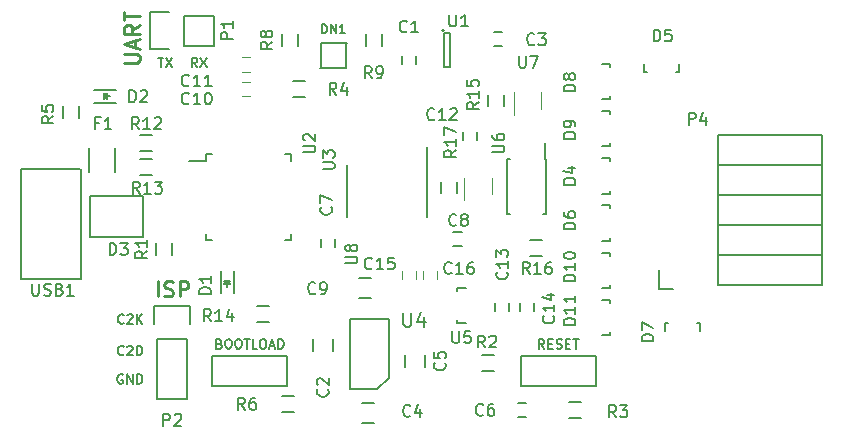
<source format=gto>
G04 #@! TF.FileFunction,Legend,Top*
%FSLAX46Y46*%
G04 Gerber Fmt 4.6, Leading zero omitted, Abs format (unit mm)*
G04 Created by KiCad (PCBNEW 4.0.4-stable) date 03/04/17 14:03:53*
%MOMM*%
%LPD*%
G01*
G04 APERTURE LIST*
%ADD10C,0.100000*%
%ADD11C,0.180000*%
%ADD12C,0.250000*%
%ADD13C,0.150000*%
%ADD14C,0.120000*%
G04 APERTURE END LIST*
D10*
D11*
X92089595Y-84618405D02*
X91822928Y-84237452D01*
X91632452Y-84618405D02*
X91632452Y-83818405D01*
X91937214Y-83818405D01*
X92013405Y-83856500D01*
X92051500Y-83894595D01*
X92089595Y-83970786D01*
X92089595Y-84085071D01*
X92051500Y-84161262D01*
X92013405Y-84199357D01*
X91937214Y-84237452D01*
X91632452Y-84237452D01*
X92432452Y-84199357D02*
X92699119Y-84199357D01*
X92813405Y-84618405D02*
X92432452Y-84618405D01*
X92432452Y-83818405D01*
X92813405Y-83818405D01*
X93118167Y-84580310D02*
X93232453Y-84618405D01*
X93422929Y-84618405D01*
X93499119Y-84580310D01*
X93537215Y-84542214D01*
X93575310Y-84466024D01*
X93575310Y-84389833D01*
X93537215Y-84313643D01*
X93499119Y-84275548D01*
X93422929Y-84237452D01*
X93270548Y-84199357D01*
X93194357Y-84161262D01*
X93156262Y-84123167D01*
X93118167Y-84046976D01*
X93118167Y-83970786D01*
X93156262Y-83894595D01*
X93194357Y-83856500D01*
X93270548Y-83818405D01*
X93461024Y-83818405D01*
X93575310Y-83856500D01*
X93918167Y-84199357D02*
X94184834Y-84199357D01*
X94299120Y-84618405D02*
X93918167Y-84618405D01*
X93918167Y-83818405D01*
X94299120Y-83818405D01*
X94527691Y-83818405D02*
X94984834Y-83818405D01*
X94756263Y-84618405D02*
X94756263Y-83818405D01*
X64581572Y-84199357D02*
X64695858Y-84237452D01*
X64733953Y-84275548D01*
X64772048Y-84351738D01*
X64772048Y-84466024D01*
X64733953Y-84542214D01*
X64695858Y-84580310D01*
X64619667Y-84618405D01*
X64314905Y-84618405D01*
X64314905Y-83818405D01*
X64581572Y-83818405D01*
X64657762Y-83856500D01*
X64695858Y-83894595D01*
X64733953Y-83970786D01*
X64733953Y-84046976D01*
X64695858Y-84123167D01*
X64657762Y-84161262D01*
X64581572Y-84199357D01*
X64314905Y-84199357D01*
X65267286Y-83818405D02*
X65419667Y-83818405D01*
X65495858Y-83856500D01*
X65572048Y-83932690D01*
X65610143Y-84085071D01*
X65610143Y-84351738D01*
X65572048Y-84504119D01*
X65495858Y-84580310D01*
X65419667Y-84618405D01*
X65267286Y-84618405D01*
X65191096Y-84580310D01*
X65114905Y-84504119D01*
X65076810Y-84351738D01*
X65076810Y-84085071D01*
X65114905Y-83932690D01*
X65191096Y-83856500D01*
X65267286Y-83818405D01*
X66105381Y-83818405D02*
X66257762Y-83818405D01*
X66333953Y-83856500D01*
X66410143Y-83932690D01*
X66448238Y-84085071D01*
X66448238Y-84351738D01*
X66410143Y-84504119D01*
X66333953Y-84580310D01*
X66257762Y-84618405D01*
X66105381Y-84618405D01*
X66029191Y-84580310D01*
X65953000Y-84504119D01*
X65914905Y-84351738D01*
X65914905Y-84085071D01*
X65953000Y-83932690D01*
X66029191Y-83856500D01*
X66105381Y-83818405D01*
X66676809Y-83818405D02*
X67133952Y-83818405D01*
X66905381Y-84618405D02*
X66905381Y-83818405D01*
X67781572Y-84618405D02*
X67400619Y-84618405D01*
X67400619Y-83818405D01*
X68200619Y-83818405D02*
X68353000Y-83818405D01*
X68429191Y-83856500D01*
X68505381Y-83932690D01*
X68543476Y-84085071D01*
X68543476Y-84351738D01*
X68505381Y-84504119D01*
X68429191Y-84580310D01*
X68353000Y-84618405D01*
X68200619Y-84618405D01*
X68124429Y-84580310D01*
X68048238Y-84504119D01*
X68010143Y-84351738D01*
X68010143Y-84085071D01*
X68048238Y-83932690D01*
X68124429Y-83856500D01*
X68200619Y-83818405D01*
X68848238Y-84389833D02*
X69229190Y-84389833D01*
X68772047Y-84618405D02*
X69038714Y-83818405D01*
X69305381Y-84618405D01*
X69572047Y-84618405D02*
X69572047Y-83818405D01*
X69762523Y-83818405D01*
X69876809Y-83856500D01*
X69953000Y-83932690D01*
X69991095Y-84008881D01*
X70029190Y-84161262D01*
X70029190Y-84275548D01*
X69991095Y-84427929D01*
X69953000Y-84504119D01*
X69876809Y-84580310D01*
X69762523Y-84618405D01*
X69572047Y-84618405D01*
X62701667Y-60805905D02*
X62435000Y-60424952D01*
X62244524Y-60805905D02*
X62244524Y-60005905D01*
X62549286Y-60005905D01*
X62625477Y-60044000D01*
X62663572Y-60082095D01*
X62701667Y-60158286D01*
X62701667Y-60272571D01*
X62663572Y-60348762D01*
X62625477Y-60386857D01*
X62549286Y-60424952D01*
X62244524Y-60424952D01*
X62968334Y-60005905D02*
X63501667Y-60805905D01*
X63501667Y-60005905D02*
X62968334Y-60805905D01*
X59367976Y-60005905D02*
X59825119Y-60005905D01*
X59596548Y-60805905D02*
X59596548Y-60005905D01*
X60015596Y-60005905D02*
X60548929Y-60805905D01*
X60548929Y-60005905D02*
X60015596Y-60805905D01*
D12*
X56535095Y-60422309D02*
X57587476Y-60422309D01*
X57711286Y-60360404D01*
X57773190Y-60298500D01*
X57835095Y-60174690D01*
X57835095Y-59927071D01*
X57773190Y-59803262D01*
X57711286Y-59741357D01*
X57587476Y-59679452D01*
X56535095Y-59679452D01*
X57463667Y-59122309D02*
X57463667Y-58503261D01*
X57835095Y-59246118D02*
X56535095Y-58812785D01*
X57835095Y-58379452D01*
X57835095Y-57203261D02*
X57216048Y-57636594D01*
X57835095Y-57946118D02*
X56535095Y-57946118D01*
X56535095Y-57450880D01*
X56597000Y-57327071D01*
X56658905Y-57265166D01*
X56782714Y-57203261D01*
X56968429Y-57203261D01*
X57092238Y-57265166D01*
X57154143Y-57327071D01*
X57216048Y-57450880D01*
X57216048Y-57946118D01*
X56535095Y-56831832D02*
X56535095Y-56088975D01*
X57835095Y-56460404D02*
X56535095Y-56460404D01*
X59343453Y-80209095D02*
X59343453Y-78909095D01*
X59900596Y-80147190D02*
X60086310Y-80209095D01*
X60395834Y-80209095D01*
X60519644Y-80147190D01*
X60581548Y-80085286D01*
X60643453Y-79961476D01*
X60643453Y-79837667D01*
X60581548Y-79713857D01*
X60519644Y-79651952D01*
X60395834Y-79590048D01*
X60148215Y-79528143D01*
X60024406Y-79466238D01*
X59962501Y-79404333D01*
X59900596Y-79280524D01*
X59900596Y-79156714D01*
X59962501Y-79032905D01*
X60024406Y-78971000D01*
X60148215Y-78909095D01*
X60457739Y-78909095D01*
X60643453Y-78971000D01*
X61200596Y-80209095D02*
X61200596Y-78909095D01*
X61695834Y-78909095D01*
X61819643Y-78971000D01*
X61881548Y-79032905D01*
X61943453Y-79156714D01*
X61943453Y-79342429D01*
X61881548Y-79466238D01*
X61819643Y-79528143D01*
X61695834Y-79590048D01*
X61200596Y-79590048D01*
D11*
X56383477Y-86841000D02*
X56307286Y-86802905D01*
X56193001Y-86802905D01*
X56078715Y-86841000D01*
X56002524Y-86917190D01*
X55964429Y-86993381D01*
X55926334Y-87145762D01*
X55926334Y-87260048D01*
X55964429Y-87412429D01*
X56002524Y-87488619D01*
X56078715Y-87564810D01*
X56193001Y-87602905D01*
X56269191Y-87602905D01*
X56383477Y-87564810D01*
X56421572Y-87526714D01*
X56421572Y-87260048D01*
X56269191Y-87260048D01*
X56764429Y-87602905D02*
X56764429Y-86802905D01*
X57221572Y-87602905D01*
X57221572Y-86802905D01*
X57602524Y-87602905D02*
X57602524Y-86802905D01*
X57793000Y-86802905D01*
X57907286Y-86841000D01*
X57983477Y-86917190D01*
X58021572Y-86993381D01*
X58059667Y-87145762D01*
X58059667Y-87260048D01*
X58021572Y-87412429D01*
X57983477Y-87488619D01*
X57907286Y-87564810D01*
X57793000Y-87602905D01*
X57602524Y-87602905D01*
X56459667Y-85113714D02*
X56421572Y-85151810D01*
X56307286Y-85189905D01*
X56231096Y-85189905D01*
X56116810Y-85151810D01*
X56040619Y-85075619D01*
X56002524Y-84999429D01*
X55964429Y-84847048D01*
X55964429Y-84732762D01*
X56002524Y-84580381D01*
X56040619Y-84504190D01*
X56116810Y-84428000D01*
X56231096Y-84389905D01*
X56307286Y-84389905D01*
X56421572Y-84428000D01*
X56459667Y-84466095D01*
X56764429Y-84466095D02*
X56802524Y-84428000D01*
X56878715Y-84389905D01*
X57069191Y-84389905D01*
X57145381Y-84428000D01*
X57183477Y-84466095D01*
X57221572Y-84542286D01*
X57221572Y-84618476D01*
X57183477Y-84732762D01*
X56726334Y-85189905D01*
X57221572Y-85189905D01*
X57564429Y-85189905D02*
X57564429Y-84389905D01*
X57754905Y-84389905D01*
X57869191Y-84428000D01*
X57945382Y-84504190D01*
X57983477Y-84580381D01*
X58021572Y-84732762D01*
X58021572Y-84847048D01*
X57983477Y-84999429D01*
X57945382Y-85075619D01*
X57869191Y-85151810D01*
X57754905Y-85189905D01*
X57564429Y-85189905D01*
X56459667Y-82446714D02*
X56421572Y-82484810D01*
X56307286Y-82522905D01*
X56231096Y-82522905D01*
X56116810Y-82484810D01*
X56040619Y-82408619D01*
X56002524Y-82332429D01*
X55964429Y-82180048D01*
X55964429Y-82065762D01*
X56002524Y-81913381D01*
X56040619Y-81837190D01*
X56116810Y-81761000D01*
X56231096Y-81722905D01*
X56307286Y-81722905D01*
X56421572Y-81761000D01*
X56459667Y-81799095D01*
X56764429Y-81799095D02*
X56802524Y-81761000D01*
X56878715Y-81722905D01*
X57069191Y-81722905D01*
X57145381Y-81761000D01*
X57183477Y-81799095D01*
X57221572Y-81875286D01*
X57221572Y-81951476D01*
X57183477Y-82065762D01*
X56726334Y-82522905D01*
X57221572Y-82522905D01*
X57564429Y-82522905D02*
X57564429Y-81722905D01*
X58021572Y-82522905D02*
X57678715Y-82065762D01*
X58021572Y-81722905D02*
X57564429Y-82180048D01*
D13*
X51301500Y-65071500D02*
X51301500Y-64071500D01*
X52651500Y-64071500D02*
X52651500Y-65071500D01*
X80015000Y-60540000D02*
X80015000Y-59840000D01*
X81215000Y-59840000D02*
X81215000Y-60540000D01*
X72526000Y-83820000D02*
X72526000Y-84820000D01*
X74226000Y-84820000D02*
X74226000Y-83820000D01*
X87821500Y-57812000D02*
X88521500Y-57812000D01*
X88521500Y-59012000D02*
X87821500Y-59012000D01*
X76686000Y-90885000D02*
X77686000Y-90885000D01*
X77686000Y-89185000D02*
X76686000Y-89185000D01*
X80273000Y-85153500D02*
X80273000Y-86153500D01*
X81973000Y-86153500D02*
X81973000Y-85153500D01*
X90553500Y-90444500D02*
X89853500Y-90444500D01*
X89853500Y-89244500D02*
X90553500Y-89244500D01*
X74357000Y-75334000D02*
X74357000Y-76034000D01*
X73157000Y-76034000D02*
X73157000Y-75334000D01*
X84392500Y-74766500D02*
X85092500Y-74766500D01*
X85092500Y-75966500D02*
X84392500Y-75966500D01*
X76368500Y-80344000D02*
X77368500Y-80344000D01*
X77368500Y-78644000D02*
X76368500Y-78644000D01*
X89089000Y-80731500D02*
X89089000Y-81431500D01*
X87889000Y-81431500D02*
X87889000Y-80731500D01*
X91248000Y-80731500D02*
X91248000Y-81431500D01*
X90048000Y-81431500D02*
X90048000Y-80731500D01*
X60589000Y-75692000D02*
X60589000Y-76692000D01*
X59239000Y-76692000D02*
X59239000Y-75692000D01*
X86846000Y-85169000D02*
X87846000Y-85169000D01*
X87846000Y-86519000D02*
X86846000Y-86519000D01*
X71193500Y-57975500D02*
X71193500Y-58975500D01*
X69843500Y-58975500D02*
X69843500Y-57975500D01*
X78305500Y-57975500D02*
X78305500Y-58975500D01*
X76955500Y-58975500D02*
X76955500Y-57975500D01*
X83610500Y-57667000D02*
G75*
G03X83610500Y-57667000I-100000J0D01*
G01*
X84060500Y-57917000D02*
X83560500Y-57917000D01*
X84060500Y-60817000D02*
X84060500Y-57917000D01*
X83560500Y-60817000D02*
X84060500Y-60817000D01*
X83560500Y-57917000D02*
X83560500Y-60817000D01*
X63401000Y-68185500D02*
X63401000Y-68710500D01*
X70651000Y-68185500D02*
X70651000Y-68710500D01*
X70651000Y-75435500D02*
X70651000Y-74910500D01*
X63401000Y-75435500D02*
X63401000Y-74910500D01*
X63401000Y-68185500D02*
X63926000Y-68185500D01*
X63401000Y-75435500D02*
X63926000Y-75435500D01*
X70651000Y-75435500D02*
X70126000Y-75435500D01*
X70651000Y-68185500D02*
X70126000Y-68185500D01*
X63401000Y-68710500D02*
X62026000Y-68710500D01*
X75372500Y-69048500D02*
X75372500Y-73498500D01*
X82122500Y-67523500D02*
X82122500Y-73498500D01*
X84727260Y-79655340D02*
X84727260Y-79703600D01*
X85428300Y-82454320D02*
X84727260Y-82454320D01*
X84727260Y-82454320D02*
X84727260Y-82205400D01*
X84727260Y-79655340D02*
X84727260Y-79454680D01*
X84727260Y-79454680D02*
X85428300Y-79454680D01*
X73134700Y-60875200D02*
X73134700Y-58728900D01*
X73134700Y-58728900D02*
X73160100Y-58741600D01*
X75331800Y-60875200D02*
X73122500Y-60875200D01*
X75331800Y-58728900D02*
X75331800Y-60849800D01*
X73160100Y-58728900D02*
X75344500Y-58728900D01*
X58732300Y-59263500D02*
X60282300Y-59263500D01*
X64092300Y-58983500D02*
X61552300Y-58983500D01*
X61552300Y-58983500D02*
X61552300Y-56443500D01*
X60282300Y-56163500D02*
X58732300Y-56163500D01*
X58732300Y-56163500D02*
X58732300Y-59263500D01*
X61552300Y-56443500D02*
X64092300Y-56443500D01*
X64092300Y-56443500D02*
X64092300Y-58983500D01*
X62099000Y-82542000D02*
X62099000Y-80992000D01*
X62099000Y-80992000D02*
X58999000Y-80992000D01*
X58999000Y-80992000D02*
X58999000Y-82542000D01*
X61819000Y-83812000D02*
X61819000Y-88892000D01*
X61819000Y-88892000D02*
X59279000Y-88892000D01*
X59279000Y-88892000D02*
X59279000Y-83812000D01*
X59279000Y-83812000D02*
X61819000Y-83812000D01*
X53924500Y-63788000D02*
X55824500Y-63788000D01*
X53924500Y-62688000D02*
X55824500Y-62688000D01*
X54824500Y-63238000D02*
X55274500Y-63238000D01*
X54774500Y-62988000D02*
X54774500Y-63488000D01*
X54774500Y-63238000D02*
X55024500Y-62988000D01*
X55024500Y-62988000D02*
X55024500Y-63488000D01*
X55024500Y-63488000D02*
X54774500Y-63238000D01*
X90126000Y-85230000D02*
X90126000Y-87770000D01*
X96476000Y-87643000D02*
X96476000Y-87770000D01*
X96476000Y-87770000D02*
X94825000Y-87770000D01*
X94825000Y-87770000D02*
X90126000Y-87770000D01*
X90126000Y-85230000D02*
X95460000Y-85230000D01*
X95460000Y-85230000D02*
X96476000Y-85230000D01*
X96476000Y-85230000D02*
X96476000Y-87516000D01*
X96476000Y-87516000D02*
X96476000Y-87643000D01*
X94148500Y-89169500D02*
X95148500Y-89169500D01*
X95148500Y-90519500D02*
X94148500Y-90519500D01*
X52815400Y-69391200D02*
X52815400Y-78700300D01*
X52396300Y-69403900D02*
X52790000Y-69403900D01*
X52828100Y-78725700D02*
X47773500Y-78725700D01*
X47773500Y-78725700D02*
X47773500Y-69480100D01*
X47798900Y-69403900D02*
X52497900Y-69403900D01*
X53652700Y-71658100D02*
X53652700Y-75150600D01*
X53703500Y-75176000D02*
X58135800Y-75176000D01*
X58135800Y-71683500D02*
X58135800Y-75176000D01*
X53652700Y-71670800D02*
X58085000Y-71670800D01*
X77958000Y-88082000D02*
X78958000Y-87082000D01*
X78958000Y-87082000D02*
X78958000Y-82082000D01*
X78958000Y-82082000D02*
X75668000Y-82082000D01*
X75668000Y-82082000D02*
X75668000Y-88082000D01*
X75668000Y-88082000D02*
X77958000Y-88082000D01*
X69891500Y-88661500D02*
X70891500Y-88661500D01*
X70891500Y-90011500D02*
X69891500Y-90011500D01*
X70314000Y-87770000D02*
X70314000Y-85230000D01*
X63964000Y-85357000D02*
X63964000Y-85230000D01*
X63964000Y-85230000D02*
X65615000Y-85230000D01*
X65615000Y-85230000D02*
X70314000Y-85230000D01*
X70314000Y-87770000D02*
X64980000Y-87770000D01*
X64980000Y-87770000D02*
X63964000Y-87770000D01*
X63964000Y-87770000D02*
X63964000Y-85484000D01*
X63964000Y-85484000D02*
X63964000Y-85357000D01*
X86422000Y-66253500D02*
X86422000Y-66953500D01*
X85222000Y-66953500D02*
X85222000Y-66253500D01*
X64698000Y-78013000D02*
X64698000Y-79913000D01*
X65798000Y-78013000D02*
X65798000Y-79913000D01*
X65248000Y-78913000D02*
X65248000Y-79363000D01*
X65498000Y-78863000D02*
X64998000Y-78863000D01*
X65248000Y-78863000D02*
X65498000Y-79113000D01*
X65498000Y-79113000D02*
X64998000Y-79113000D01*
X64998000Y-79113000D02*
X65248000Y-78863000D01*
X97650240Y-71299160D02*
X97650240Y-71250900D01*
X96949200Y-68500180D02*
X97650240Y-68500180D01*
X97650240Y-68500180D02*
X97650240Y-68749100D01*
X97650240Y-71299160D02*
X97650240Y-71499820D01*
X97650240Y-71499820D02*
X96949200Y-71499820D01*
X100715340Y-61221240D02*
X100763600Y-61221240D01*
X103514320Y-60520200D02*
X103514320Y-61221240D01*
X103514320Y-61221240D02*
X103265400Y-61221240D01*
X100715340Y-61221240D02*
X100514680Y-61221240D01*
X100514680Y-61221240D02*
X100514680Y-60520200D01*
X97650240Y-75299160D02*
X97650240Y-75250900D01*
X96949200Y-72500180D02*
X97650240Y-72500180D01*
X97650240Y-72500180D02*
X97650240Y-72749100D01*
X97650240Y-75299160D02*
X97650240Y-75499820D01*
X97650240Y-75499820D02*
X96949200Y-75499820D01*
X105091660Y-82463260D02*
X105043400Y-82463260D01*
X102292680Y-83164300D02*
X102292680Y-82463260D01*
X102292680Y-82463260D02*
X102541600Y-82463260D01*
X105091660Y-82463260D02*
X105292320Y-82463260D01*
X105292320Y-82463260D02*
X105292320Y-83164300D01*
X97650240Y-63299160D02*
X97650240Y-63250900D01*
X96949200Y-60500180D02*
X97650240Y-60500180D01*
X97650240Y-60500180D02*
X97650240Y-60749100D01*
X97650240Y-63299160D02*
X97650240Y-63499820D01*
X97650240Y-63499820D02*
X96949200Y-63499820D01*
X97650240Y-67299160D02*
X97650240Y-67250900D01*
X96949200Y-64500180D02*
X97650240Y-64500180D01*
X97650240Y-64500180D02*
X97650240Y-64749100D01*
X97650240Y-67299160D02*
X97650240Y-67499820D01*
X97650240Y-67499820D02*
X96949200Y-67499820D01*
X97650240Y-79299160D02*
X97650240Y-79250900D01*
X96949200Y-76500180D02*
X97650240Y-76500180D01*
X97650240Y-76500180D02*
X97650240Y-76749100D01*
X97650240Y-79299160D02*
X97650240Y-79499820D01*
X97650240Y-79499820D02*
X96949200Y-79499820D01*
X97650240Y-83299160D02*
X97650240Y-83250900D01*
X96949200Y-80500180D02*
X97650240Y-80500180D01*
X97650240Y-80500180D02*
X97650240Y-80749100D01*
X97650240Y-83299160D02*
X97650240Y-83499820D01*
X97650240Y-83499820D02*
X96949200Y-83499820D01*
X55718500Y-67635500D02*
X55718500Y-69635500D01*
X53568500Y-69635500D02*
X53568500Y-67635500D01*
X106760000Y-66570000D02*
X115590000Y-66570000D01*
X106760000Y-69110000D02*
X106760000Y-66570000D01*
X115590000Y-69110000D02*
X115590000Y-66570000D01*
X115590000Y-66570000D02*
X106760000Y-66570000D01*
X115590000Y-69110000D02*
X106760000Y-69110000D01*
X115590000Y-71650000D02*
X115590000Y-69110000D01*
X106760000Y-71650000D02*
X106760000Y-69110000D01*
X106760000Y-69110000D02*
X115590000Y-69110000D01*
X106760000Y-71650000D02*
X115590000Y-71650000D01*
X106760000Y-74190000D02*
X106760000Y-71650000D01*
X115590000Y-74190000D02*
X115590000Y-71650000D01*
X115590000Y-71650000D02*
X106760000Y-71650000D01*
X115590000Y-74190000D02*
X106760000Y-74190000D01*
X115590000Y-76730000D02*
X115590000Y-74190000D01*
X106760000Y-76730000D02*
X106760000Y-74190000D01*
X106760000Y-74190000D02*
X115590000Y-74190000D01*
X106760000Y-76730000D02*
X115590000Y-76730000D01*
X106760000Y-79270000D02*
X106760000Y-76730000D01*
X101800000Y-78000000D02*
X101800000Y-79550000D01*
X101800000Y-79550000D02*
X102950000Y-79550000D01*
X106760000Y-79270000D02*
X115590000Y-79270000D01*
X115590000Y-79270000D02*
X115590000Y-76730000D01*
X115590000Y-76730000D02*
X106760000Y-76730000D01*
X57826500Y-66563500D02*
X58826500Y-66563500D01*
X58826500Y-67913500D02*
X57826500Y-67913500D01*
X57826500Y-68532000D02*
X58826500Y-68532000D01*
X58826500Y-69882000D02*
X57826500Y-69882000D01*
X67796000Y-80978000D02*
X68796000Y-80978000D01*
X68796000Y-82328000D02*
X67796000Y-82328000D01*
X87306000Y-64119000D02*
X87306000Y-63119000D01*
X88656000Y-63119000D02*
X88656000Y-64119000D01*
X90910000Y-75390000D02*
X91910000Y-75390000D01*
X91910000Y-76740000D02*
X90910000Y-76740000D01*
X83369000Y-71485000D02*
X83369000Y-70485000D01*
X84719000Y-70485000D02*
X84719000Y-71485000D01*
X92209500Y-68533000D02*
X92109500Y-68533000D01*
X92209500Y-73183000D02*
X92009500Y-73183000D01*
X88959500Y-73183000D02*
X89159500Y-73183000D01*
X88959500Y-68533000D02*
X89159500Y-68533000D01*
X92209500Y-68533000D02*
X92209500Y-73183000D01*
X88959500Y-68533000D02*
X88959500Y-73183000D01*
X92109500Y-68533000D02*
X92109500Y-67183000D01*
D14*
X66485500Y-62066500D02*
X67185500Y-62066500D01*
X67185500Y-63266500D02*
X66485500Y-63266500D01*
X89488000Y-62919000D02*
X89488000Y-64819000D01*
X91808000Y-64319000D02*
X91808000Y-62919000D01*
X85297000Y-70158000D02*
X85297000Y-72058000D01*
X87617000Y-71558000D02*
X87617000Y-70158000D01*
D13*
X70780500Y-61991500D02*
X71780500Y-61991500D01*
X71780500Y-63341500D02*
X70780500Y-63341500D01*
D14*
X81215000Y-78064500D02*
X81215000Y-78764500D01*
X80015000Y-78764500D02*
X80015000Y-78064500D01*
X66485500Y-59971000D02*
X67185500Y-59971000D01*
X67185500Y-61171000D02*
X66485500Y-61171000D01*
X82993000Y-78064500D02*
X82993000Y-78764500D01*
X81793000Y-78764500D02*
X81793000Y-78064500D01*
D13*
X50523881Y-64928666D02*
X50047690Y-65262000D01*
X50523881Y-65500095D02*
X49523881Y-65500095D01*
X49523881Y-65119142D01*
X49571500Y-65023904D01*
X49619119Y-64976285D01*
X49714357Y-64928666D01*
X49857214Y-64928666D01*
X49952452Y-64976285D01*
X50000071Y-65023904D01*
X50047690Y-65119142D01*
X50047690Y-65500095D01*
X49523881Y-64023904D02*
X49523881Y-64500095D01*
X50000071Y-64547714D01*
X49952452Y-64500095D01*
X49904833Y-64404857D01*
X49904833Y-64166761D01*
X49952452Y-64071523D01*
X50000071Y-64023904D01*
X50095310Y-63976285D01*
X50333405Y-63976285D01*
X50428643Y-64023904D01*
X50476262Y-64071523D01*
X50523881Y-64166761D01*
X50523881Y-64404857D01*
X50476262Y-64500095D01*
X50428643Y-64547714D01*
X80448334Y-57753143D02*
X80400715Y-57800762D01*
X80257858Y-57848381D01*
X80162620Y-57848381D01*
X80019762Y-57800762D01*
X79924524Y-57705524D01*
X79876905Y-57610286D01*
X79829286Y-57419810D01*
X79829286Y-57276952D01*
X79876905Y-57086476D01*
X79924524Y-56991238D01*
X80019762Y-56896000D01*
X80162620Y-56848381D01*
X80257858Y-56848381D01*
X80400715Y-56896000D01*
X80448334Y-56943619D01*
X81400715Y-57848381D02*
X80829286Y-57848381D01*
X81115000Y-57848381D02*
X81115000Y-56848381D01*
X81019762Y-56991238D01*
X80924524Y-57086476D01*
X80829286Y-57134095D01*
X73733143Y-88062666D02*
X73780762Y-88110285D01*
X73828381Y-88253142D01*
X73828381Y-88348380D01*
X73780762Y-88491238D01*
X73685524Y-88586476D01*
X73590286Y-88634095D01*
X73399810Y-88681714D01*
X73256952Y-88681714D01*
X73066476Y-88634095D01*
X72971238Y-88586476D01*
X72876000Y-88491238D01*
X72828381Y-88348380D01*
X72828381Y-88253142D01*
X72876000Y-88110285D01*
X72923619Y-88062666D01*
X72923619Y-87681714D02*
X72876000Y-87634095D01*
X72828381Y-87538857D01*
X72828381Y-87300761D01*
X72876000Y-87205523D01*
X72923619Y-87157904D01*
X73018857Y-87110285D01*
X73114095Y-87110285D01*
X73256952Y-87157904D01*
X73828381Y-87729333D01*
X73828381Y-87110285D01*
X91243334Y-58832643D02*
X91195715Y-58880262D01*
X91052858Y-58927881D01*
X90957620Y-58927881D01*
X90814762Y-58880262D01*
X90719524Y-58785024D01*
X90671905Y-58689786D01*
X90624286Y-58499310D01*
X90624286Y-58356452D01*
X90671905Y-58165976D01*
X90719524Y-58070738D01*
X90814762Y-57975500D01*
X90957620Y-57927881D01*
X91052858Y-57927881D01*
X91195715Y-57975500D01*
X91243334Y-58023119D01*
X91576667Y-57927881D02*
X92195715Y-57927881D01*
X91862381Y-58308833D01*
X92005239Y-58308833D01*
X92100477Y-58356452D01*
X92148096Y-58404071D01*
X92195715Y-58499310D01*
X92195715Y-58737405D01*
X92148096Y-58832643D01*
X92100477Y-58880262D01*
X92005239Y-58927881D01*
X91719524Y-58927881D01*
X91624286Y-58880262D01*
X91576667Y-58832643D01*
X80740434Y-90290543D02*
X80692815Y-90338162D01*
X80549958Y-90385781D01*
X80454720Y-90385781D01*
X80311862Y-90338162D01*
X80216624Y-90242924D01*
X80169005Y-90147686D01*
X80121386Y-89957210D01*
X80121386Y-89814352D01*
X80169005Y-89623876D01*
X80216624Y-89528638D01*
X80311862Y-89433400D01*
X80454720Y-89385781D01*
X80549958Y-89385781D01*
X80692815Y-89433400D01*
X80740434Y-89481019D01*
X81597577Y-89719114D02*
X81597577Y-90385781D01*
X81359481Y-89338162D02*
X81121386Y-90052448D01*
X81740434Y-90052448D01*
X83639143Y-85820166D02*
X83686762Y-85867785D01*
X83734381Y-86010642D01*
X83734381Y-86105880D01*
X83686762Y-86248738D01*
X83591524Y-86343976D01*
X83496286Y-86391595D01*
X83305810Y-86439214D01*
X83162952Y-86439214D01*
X82972476Y-86391595D01*
X82877238Y-86343976D01*
X82782000Y-86248738D01*
X82734381Y-86105880D01*
X82734381Y-86010642D01*
X82782000Y-85867785D01*
X82829619Y-85820166D01*
X82734381Y-84915404D02*
X82734381Y-85391595D01*
X83210571Y-85439214D01*
X83162952Y-85391595D01*
X83115333Y-85296357D01*
X83115333Y-85058261D01*
X83162952Y-84963023D01*
X83210571Y-84915404D01*
X83305810Y-84867785D01*
X83543905Y-84867785D01*
X83639143Y-84915404D01*
X83686762Y-84963023D01*
X83734381Y-85058261D01*
X83734381Y-85296357D01*
X83686762Y-85391595D01*
X83639143Y-85439214D01*
X86912634Y-90201643D02*
X86865015Y-90249262D01*
X86722158Y-90296881D01*
X86626920Y-90296881D01*
X86484062Y-90249262D01*
X86388824Y-90154024D01*
X86341205Y-90058786D01*
X86293586Y-89868310D01*
X86293586Y-89725452D01*
X86341205Y-89534976D01*
X86388824Y-89439738D01*
X86484062Y-89344500D01*
X86626920Y-89296881D01*
X86722158Y-89296881D01*
X86865015Y-89344500D01*
X86912634Y-89392119D01*
X87769777Y-89296881D02*
X87579300Y-89296881D01*
X87484062Y-89344500D01*
X87436443Y-89392119D01*
X87341205Y-89534976D01*
X87293586Y-89725452D01*
X87293586Y-90106405D01*
X87341205Y-90201643D01*
X87388824Y-90249262D01*
X87484062Y-90296881D01*
X87674539Y-90296881D01*
X87769777Y-90249262D01*
X87817396Y-90201643D01*
X87865015Y-90106405D01*
X87865015Y-89868310D01*
X87817396Y-89773071D01*
X87769777Y-89725452D01*
X87674539Y-89677833D01*
X87484062Y-89677833D01*
X87388824Y-89725452D01*
X87341205Y-89773071D01*
X87293586Y-89868310D01*
X74025243Y-72650266D02*
X74072862Y-72697885D01*
X74120481Y-72840742D01*
X74120481Y-72935980D01*
X74072862Y-73078838D01*
X73977624Y-73174076D01*
X73882386Y-73221695D01*
X73691910Y-73269314D01*
X73549052Y-73269314D01*
X73358576Y-73221695D01*
X73263338Y-73174076D01*
X73168100Y-73078838D01*
X73120481Y-72935980D01*
X73120481Y-72840742D01*
X73168100Y-72697885D01*
X73215719Y-72650266D01*
X73120481Y-72316933D02*
X73120481Y-71650266D01*
X74120481Y-72078838D01*
X84639334Y-74136143D02*
X84591715Y-74183762D01*
X84448858Y-74231381D01*
X84353620Y-74231381D01*
X84210762Y-74183762D01*
X84115524Y-74088524D01*
X84067905Y-73993286D01*
X84020286Y-73802810D01*
X84020286Y-73659952D01*
X84067905Y-73469476D01*
X84115524Y-73374238D01*
X84210762Y-73279000D01*
X84353620Y-73231381D01*
X84448858Y-73231381D01*
X84591715Y-73279000D01*
X84639334Y-73326619D01*
X85210762Y-73659952D02*
X85115524Y-73612333D01*
X85067905Y-73564714D01*
X85020286Y-73469476D01*
X85020286Y-73421857D01*
X85067905Y-73326619D01*
X85115524Y-73279000D01*
X85210762Y-73231381D01*
X85401239Y-73231381D01*
X85496477Y-73279000D01*
X85544096Y-73326619D01*
X85591715Y-73421857D01*
X85591715Y-73469476D01*
X85544096Y-73564714D01*
X85496477Y-73612333D01*
X85401239Y-73659952D01*
X85210762Y-73659952D01*
X85115524Y-73707571D01*
X85067905Y-73755190D01*
X85020286Y-73850429D01*
X85020286Y-74040905D01*
X85067905Y-74136143D01*
X85115524Y-74183762D01*
X85210762Y-74231381D01*
X85401239Y-74231381D01*
X85496477Y-74183762D01*
X85544096Y-74136143D01*
X85591715Y-74040905D01*
X85591715Y-73850429D01*
X85544096Y-73755190D01*
X85496477Y-73707571D01*
X85401239Y-73659952D01*
X72701334Y-79914643D02*
X72653715Y-79962262D01*
X72510858Y-80009881D01*
X72415620Y-80009881D01*
X72272762Y-79962262D01*
X72177524Y-79867024D01*
X72129905Y-79771786D01*
X72082286Y-79581310D01*
X72082286Y-79438452D01*
X72129905Y-79247976D01*
X72177524Y-79152738D01*
X72272762Y-79057500D01*
X72415620Y-79009881D01*
X72510858Y-79009881D01*
X72653715Y-79057500D01*
X72701334Y-79105119D01*
X73177524Y-80009881D02*
X73368000Y-80009881D01*
X73463239Y-79962262D01*
X73510858Y-79914643D01*
X73606096Y-79771786D01*
X73653715Y-79581310D01*
X73653715Y-79200357D01*
X73606096Y-79105119D01*
X73558477Y-79057500D01*
X73463239Y-79009881D01*
X73272762Y-79009881D01*
X73177524Y-79057500D01*
X73129905Y-79105119D01*
X73082286Y-79200357D01*
X73082286Y-79438452D01*
X73129905Y-79533690D01*
X73177524Y-79581310D01*
X73272762Y-79628929D01*
X73463239Y-79628929D01*
X73558477Y-79581310D01*
X73606096Y-79533690D01*
X73653715Y-79438452D01*
X88909643Y-78142957D02*
X88957262Y-78190576D01*
X89004881Y-78333433D01*
X89004881Y-78428671D01*
X88957262Y-78571529D01*
X88862024Y-78666767D01*
X88766786Y-78714386D01*
X88576310Y-78762005D01*
X88433452Y-78762005D01*
X88242976Y-78714386D01*
X88147738Y-78666767D01*
X88052500Y-78571529D01*
X88004881Y-78428671D01*
X88004881Y-78333433D01*
X88052500Y-78190576D01*
X88100119Y-78142957D01*
X89004881Y-77190576D02*
X89004881Y-77762005D01*
X89004881Y-77476291D02*
X88004881Y-77476291D01*
X88147738Y-77571529D01*
X88242976Y-77666767D01*
X88290595Y-77762005D01*
X88004881Y-76857243D02*
X88004881Y-76238195D01*
X88385833Y-76571529D01*
X88385833Y-76428671D01*
X88433452Y-76333433D01*
X88481071Y-76285814D01*
X88576310Y-76238195D01*
X88814405Y-76238195D01*
X88909643Y-76285814D01*
X88957262Y-76333433D01*
X89004881Y-76428671D01*
X89004881Y-76714386D01*
X88957262Y-76809624D01*
X88909643Y-76857243D01*
X92846643Y-81851357D02*
X92894262Y-81898976D01*
X92941881Y-82041833D01*
X92941881Y-82137071D01*
X92894262Y-82279929D01*
X92799024Y-82375167D01*
X92703786Y-82422786D01*
X92513310Y-82470405D01*
X92370452Y-82470405D01*
X92179976Y-82422786D01*
X92084738Y-82375167D01*
X91989500Y-82279929D01*
X91941881Y-82137071D01*
X91941881Y-82041833D01*
X91989500Y-81898976D01*
X92037119Y-81851357D01*
X92941881Y-80898976D02*
X92941881Y-81470405D01*
X92941881Y-81184691D02*
X91941881Y-81184691D01*
X92084738Y-81279929D01*
X92179976Y-81375167D01*
X92227595Y-81470405D01*
X92275214Y-80041833D02*
X92941881Y-80041833D01*
X91894262Y-80279929D02*
X92608548Y-80518024D01*
X92608548Y-79898976D01*
X58461381Y-76358666D02*
X57985190Y-76692000D01*
X58461381Y-76930095D02*
X57461381Y-76930095D01*
X57461381Y-76549142D01*
X57509000Y-76453904D01*
X57556619Y-76406285D01*
X57651857Y-76358666D01*
X57794714Y-76358666D01*
X57889952Y-76406285D01*
X57937571Y-76453904D01*
X57985190Y-76549142D01*
X57985190Y-76930095D01*
X58461381Y-75406285D02*
X58461381Y-75977714D01*
X58461381Y-75692000D02*
X57461381Y-75692000D01*
X57604238Y-75787238D01*
X57699476Y-75882476D01*
X57747095Y-75977714D01*
X87052334Y-84518381D02*
X86719000Y-84042190D01*
X86480905Y-84518381D02*
X86480905Y-83518381D01*
X86861858Y-83518381D01*
X86957096Y-83566000D01*
X87004715Y-83613619D01*
X87052334Y-83708857D01*
X87052334Y-83851714D01*
X87004715Y-83946952D01*
X86957096Y-83994571D01*
X86861858Y-84042190D01*
X86480905Y-84042190D01*
X87433286Y-83613619D02*
X87480905Y-83566000D01*
X87576143Y-83518381D01*
X87814239Y-83518381D01*
X87909477Y-83566000D01*
X87957096Y-83613619D01*
X88004715Y-83708857D01*
X88004715Y-83804095D01*
X87957096Y-83946952D01*
X87385667Y-84518381D01*
X88004715Y-84518381D01*
X69065881Y-58642166D02*
X68589690Y-58975500D01*
X69065881Y-59213595D02*
X68065881Y-59213595D01*
X68065881Y-58832642D01*
X68113500Y-58737404D01*
X68161119Y-58689785D01*
X68256357Y-58642166D01*
X68399214Y-58642166D01*
X68494452Y-58689785D01*
X68542071Y-58737404D01*
X68589690Y-58832642D01*
X68589690Y-59213595D01*
X68494452Y-58070738D02*
X68446833Y-58165976D01*
X68399214Y-58213595D01*
X68303976Y-58261214D01*
X68256357Y-58261214D01*
X68161119Y-58213595D01*
X68113500Y-58165976D01*
X68065881Y-58070738D01*
X68065881Y-57880261D01*
X68113500Y-57785023D01*
X68161119Y-57737404D01*
X68256357Y-57689785D01*
X68303976Y-57689785D01*
X68399214Y-57737404D01*
X68446833Y-57785023D01*
X68494452Y-57880261D01*
X68494452Y-58070738D01*
X68542071Y-58165976D01*
X68589690Y-58213595D01*
X68684929Y-58261214D01*
X68875405Y-58261214D01*
X68970643Y-58213595D01*
X69018262Y-58165976D01*
X69065881Y-58070738D01*
X69065881Y-57880261D01*
X69018262Y-57785023D01*
X68970643Y-57737404D01*
X68875405Y-57689785D01*
X68684929Y-57689785D01*
X68589690Y-57737404D01*
X68542071Y-57785023D01*
X68494452Y-57880261D01*
X77463834Y-61721881D02*
X77130500Y-61245690D01*
X76892405Y-61721881D02*
X76892405Y-60721881D01*
X77273358Y-60721881D01*
X77368596Y-60769500D01*
X77416215Y-60817119D01*
X77463834Y-60912357D01*
X77463834Y-61055214D01*
X77416215Y-61150452D01*
X77368596Y-61198071D01*
X77273358Y-61245690D01*
X76892405Y-61245690D01*
X77940024Y-61721881D02*
X78130500Y-61721881D01*
X78225739Y-61674262D01*
X78273358Y-61626643D01*
X78368596Y-61483786D01*
X78416215Y-61293310D01*
X78416215Y-60912357D01*
X78368596Y-60817119D01*
X78320977Y-60769500D01*
X78225739Y-60721881D01*
X78035262Y-60721881D01*
X77940024Y-60769500D01*
X77892405Y-60817119D01*
X77844786Y-60912357D01*
X77844786Y-61150452D01*
X77892405Y-61245690D01*
X77940024Y-61293310D01*
X78035262Y-61340929D01*
X78225739Y-61340929D01*
X78320977Y-61293310D01*
X78368596Y-61245690D01*
X78416215Y-61150452D01*
X84044095Y-56340381D02*
X84044095Y-57149905D01*
X84091714Y-57245143D01*
X84139333Y-57292762D01*
X84234571Y-57340381D01*
X84425048Y-57340381D01*
X84520286Y-57292762D01*
X84567905Y-57245143D01*
X84615524Y-57149905D01*
X84615524Y-56340381D01*
X85615524Y-57340381D02*
X85044095Y-57340381D01*
X85329809Y-57340381D02*
X85329809Y-56340381D01*
X85234571Y-56483238D01*
X85139333Y-56578476D01*
X85044095Y-56626095D01*
X71685381Y-68000405D02*
X72494905Y-68000405D01*
X72590143Y-67952786D01*
X72637762Y-67905167D01*
X72685381Y-67809929D01*
X72685381Y-67619452D01*
X72637762Y-67524214D01*
X72590143Y-67476595D01*
X72494905Y-67428976D01*
X71685381Y-67428976D01*
X71780619Y-67000405D02*
X71733000Y-66952786D01*
X71685381Y-66857548D01*
X71685381Y-66619452D01*
X71733000Y-66524214D01*
X71780619Y-66476595D01*
X71875857Y-66428976D01*
X71971095Y-66428976D01*
X72113952Y-66476595D01*
X72685381Y-67048024D01*
X72685381Y-66428976D01*
X73323081Y-69419205D02*
X74132605Y-69419205D01*
X74227843Y-69371586D01*
X74275462Y-69323967D01*
X74323081Y-69228729D01*
X74323081Y-69038252D01*
X74275462Y-68943014D01*
X74227843Y-68895395D01*
X74132605Y-68847776D01*
X73323081Y-68847776D01*
X73323081Y-68466824D02*
X73323081Y-67847776D01*
X73704033Y-68181110D01*
X73704033Y-68038252D01*
X73751652Y-67943014D01*
X73799271Y-67895395D01*
X73894510Y-67847776D01*
X74132605Y-67847776D01*
X74227843Y-67895395D01*
X74275462Y-67943014D01*
X74323081Y-68038252D01*
X74323081Y-68323967D01*
X74275462Y-68419205D01*
X74227843Y-68466824D01*
X84298095Y-83137381D02*
X84298095Y-83946905D01*
X84345714Y-84042143D01*
X84393333Y-84089762D01*
X84488571Y-84137381D01*
X84679048Y-84137381D01*
X84774286Y-84089762D01*
X84821905Y-84042143D01*
X84869524Y-83946905D01*
X84869524Y-83137381D01*
X85821905Y-83137381D02*
X85345714Y-83137381D01*
X85298095Y-83613571D01*
X85345714Y-83565952D01*
X85440952Y-83518333D01*
X85679048Y-83518333D01*
X85774286Y-83565952D01*
X85821905Y-83613571D01*
X85869524Y-83708810D01*
X85869524Y-83946905D01*
X85821905Y-84042143D01*
X85774286Y-84089762D01*
X85679048Y-84137381D01*
X85440952Y-84137381D01*
X85345714Y-84089762D01*
X85298095Y-84042143D01*
X73255071Y-57925186D02*
X73255071Y-57175186D01*
X73433643Y-57175186D01*
X73540786Y-57210900D01*
X73612214Y-57282329D01*
X73647929Y-57353757D01*
X73683643Y-57496614D01*
X73683643Y-57603757D01*
X73647929Y-57746614D01*
X73612214Y-57818043D01*
X73540786Y-57889471D01*
X73433643Y-57925186D01*
X73255071Y-57925186D01*
X74005071Y-57925186D02*
X74005071Y-57175186D01*
X74433643Y-57925186D01*
X74433643Y-57175186D01*
X75183643Y-57925186D02*
X74755071Y-57925186D01*
X74969357Y-57925186D02*
X74969357Y-57175186D01*
X74897928Y-57282329D01*
X74826500Y-57353757D01*
X74755071Y-57389471D01*
X65700381Y-58388095D02*
X64700381Y-58388095D01*
X64700381Y-58007142D01*
X64748000Y-57911904D01*
X64795619Y-57864285D01*
X64890857Y-57816666D01*
X65033714Y-57816666D01*
X65128952Y-57864285D01*
X65176571Y-57911904D01*
X65224190Y-58007142D01*
X65224190Y-58388095D01*
X65700381Y-56864285D02*
X65700381Y-57435714D01*
X65700381Y-57150000D02*
X64700381Y-57150000D01*
X64843238Y-57245238D01*
X64938476Y-57340476D01*
X64986095Y-57435714D01*
X59823605Y-91147781D02*
X59823605Y-90147781D01*
X60204558Y-90147781D01*
X60299796Y-90195400D01*
X60347415Y-90243019D01*
X60395034Y-90338257D01*
X60395034Y-90481114D01*
X60347415Y-90576352D01*
X60299796Y-90623971D01*
X60204558Y-90671590D01*
X59823605Y-90671590D01*
X60775986Y-90243019D02*
X60823605Y-90195400D01*
X60918843Y-90147781D01*
X61156939Y-90147781D01*
X61252177Y-90195400D01*
X61299796Y-90243019D01*
X61347415Y-90338257D01*
X61347415Y-90433495D01*
X61299796Y-90576352D01*
X60728367Y-91147781D01*
X61347415Y-91147781D01*
X56953405Y-63753881D02*
X56953405Y-62753881D01*
X57191500Y-62753881D01*
X57334358Y-62801500D01*
X57429596Y-62896738D01*
X57477215Y-62991976D01*
X57524834Y-63182452D01*
X57524834Y-63325310D01*
X57477215Y-63515786D01*
X57429596Y-63611024D01*
X57334358Y-63706262D01*
X57191500Y-63753881D01*
X56953405Y-63753881D01*
X57905786Y-62849119D02*
X57953405Y-62801500D01*
X58048643Y-62753881D01*
X58286739Y-62753881D01*
X58381977Y-62801500D01*
X58429596Y-62849119D01*
X58477215Y-62944357D01*
X58477215Y-63039595D01*
X58429596Y-63182452D01*
X57858167Y-63753881D01*
X58477215Y-63753881D01*
X98164834Y-90423881D02*
X97831500Y-89947690D01*
X97593405Y-90423881D02*
X97593405Y-89423881D01*
X97974358Y-89423881D01*
X98069596Y-89471500D01*
X98117215Y-89519119D01*
X98164834Y-89614357D01*
X98164834Y-89757214D01*
X98117215Y-89852452D01*
X98069596Y-89900071D01*
X97974358Y-89947690D01*
X97593405Y-89947690D01*
X98498167Y-89423881D02*
X99117215Y-89423881D01*
X98783881Y-89804833D01*
X98926739Y-89804833D01*
X99021977Y-89852452D01*
X99069596Y-89900071D01*
X99117215Y-89995310D01*
X99117215Y-90233405D01*
X99069596Y-90328643D01*
X99021977Y-90376262D01*
X98926739Y-90423881D01*
X98641024Y-90423881D01*
X98545786Y-90376262D01*
X98498167Y-90328643D01*
X48727805Y-79130581D02*
X48727805Y-79940105D01*
X48775424Y-80035343D01*
X48823043Y-80082962D01*
X48918281Y-80130581D01*
X49108758Y-80130581D01*
X49203996Y-80082962D01*
X49251615Y-80035343D01*
X49299234Y-79940105D01*
X49299234Y-79130581D01*
X49727805Y-80082962D02*
X49870662Y-80130581D01*
X50108758Y-80130581D01*
X50203996Y-80082962D01*
X50251615Y-80035343D01*
X50299234Y-79940105D01*
X50299234Y-79844867D01*
X50251615Y-79749629D01*
X50203996Y-79702010D01*
X50108758Y-79654390D01*
X49918281Y-79606771D01*
X49823043Y-79559152D01*
X49775424Y-79511533D01*
X49727805Y-79416295D01*
X49727805Y-79321057D01*
X49775424Y-79225819D01*
X49823043Y-79178200D01*
X49918281Y-79130581D01*
X50156377Y-79130581D01*
X50299234Y-79178200D01*
X51061139Y-79606771D02*
X51203996Y-79654390D01*
X51251615Y-79702010D01*
X51299234Y-79797248D01*
X51299234Y-79940105D01*
X51251615Y-80035343D01*
X51203996Y-80082962D01*
X51108758Y-80130581D01*
X50727805Y-80130581D01*
X50727805Y-79130581D01*
X51061139Y-79130581D01*
X51156377Y-79178200D01*
X51203996Y-79225819D01*
X51251615Y-79321057D01*
X51251615Y-79416295D01*
X51203996Y-79511533D01*
X51156377Y-79559152D01*
X51061139Y-79606771D01*
X50727805Y-79606771D01*
X52251615Y-80130581D02*
X51680186Y-80130581D01*
X51965900Y-80130581D02*
X51965900Y-79130581D01*
X51870662Y-79273438D01*
X51775424Y-79368676D01*
X51680186Y-79416295D01*
X55289505Y-76695181D02*
X55289505Y-75695181D01*
X55527600Y-75695181D01*
X55670458Y-75742800D01*
X55765696Y-75838038D01*
X55813315Y-75933276D01*
X55860934Y-76123752D01*
X55860934Y-76266610D01*
X55813315Y-76457086D01*
X55765696Y-76552324D01*
X55670458Y-76647562D01*
X55527600Y-76695181D01*
X55289505Y-76695181D01*
X56194267Y-75695181D02*
X56813315Y-75695181D01*
X56479981Y-76076133D01*
X56622839Y-76076133D01*
X56718077Y-76123752D01*
X56765696Y-76171371D01*
X56813315Y-76266610D01*
X56813315Y-76504705D01*
X56765696Y-76599943D01*
X56718077Y-76647562D01*
X56622839Y-76695181D01*
X56337124Y-76695181D01*
X56241886Y-76647562D01*
X56194267Y-76599943D01*
X80145214Y-81567357D02*
X80145214Y-82538786D01*
X80202357Y-82653071D01*
X80259500Y-82710214D01*
X80373786Y-82767357D01*
X80602357Y-82767357D01*
X80716643Y-82710214D01*
X80773786Y-82653071D01*
X80830929Y-82538786D01*
X80830929Y-81567357D01*
X81916643Y-81967357D02*
X81916643Y-82767357D01*
X81630929Y-81510214D02*
X81345214Y-82367357D01*
X82088072Y-82367357D01*
X66732334Y-89788881D02*
X66399000Y-89312690D01*
X66160905Y-89788881D02*
X66160905Y-88788881D01*
X66541858Y-88788881D01*
X66637096Y-88836500D01*
X66684715Y-88884119D01*
X66732334Y-88979357D01*
X66732334Y-89122214D01*
X66684715Y-89217452D01*
X66637096Y-89265071D01*
X66541858Y-89312690D01*
X66160905Y-89312690D01*
X67589477Y-88788881D02*
X67399000Y-88788881D01*
X67303762Y-88836500D01*
X67256143Y-88884119D01*
X67160905Y-89026976D01*
X67113286Y-89217452D01*
X67113286Y-89598405D01*
X67160905Y-89693643D01*
X67208524Y-89741262D01*
X67303762Y-89788881D01*
X67494239Y-89788881D01*
X67589477Y-89741262D01*
X67637096Y-89693643D01*
X67684715Y-89598405D01*
X67684715Y-89360310D01*
X67637096Y-89265071D01*
X67589477Y-89217452D01*
X67494239Y-89169833D01*
X67303762Y-89169833D01*
X67208524Y-89217452D01*
X67160905Y-89265071D01*
X67113286Y-89360310D01*
X82766143Y-65182643D02*
X82718524Y-65230262D01*
X82575667Y-65277881D01*
X82480429Y-65277881D01*
X82337571Y-65230262D01*
X82242333Y-65135024D01*
X82194714Y-65039786D01*
X82147095Y-64849310D01*
X82147095Y-64706452D01*
X82194714Y-64515976D01*
X82242333Y-64420738D01*
X82337571Y-64325500D01*
X82480429Y-64277881D01*
X82575667Y-64277881D01*
X82718524Y-64325500D01*
X82766143Y-64373119D01*
X83718524Y-65277881D02*
X83147095Y-65277881D01*
X83432809Y-65277881D02*
X83432809Y-64277881D01*
X83337571Y-64420738D01*
X83242333Y-64515976D01*
X83147095Y-64563595D01*
X84099476Y-64373119D02*
X84147095Y-64325500D01*
X84242333Y-64277881D01*
X84480429Y-64277881D01*
X84575667Y-64325500D01*
X84623286Y-64373119D01*
X84670905Y-64468357D01*
X84670905Y-64563595D01*
X84623286Y-64706452D01*
X84051857Y-65277881D01*
X84670905Y-65277881D01*
X63858881Y-79978095D02*
X62858881Y-79978095D01*
X62858881Y-79740000D01*
X62906500Y-79597142D01*
X63001738Y-79501904D01*
X63096976Y-79454285D01*
X63287452Y-79406666D01*
X63430310Y-79406666D01*
X63620786Y-79454285D01*
X63716024Y-79501904D01*
X63811262Y-79597142D01*
X63858881Y-79740000D01*
X63858881Y-79978095D01*
X63858881Y-78454285D02*
X63858881Y-79025714D01*
X63858881Y-78740000D02*
X62858881Y-78740000D01*
X63001738Y-78835238D01*
X63096976Y-78930476D01*
X63144595Y-79025714D01*
X94719881Y-70738095D02*
X93719881Y-70738095D01*
X93719881Y-70500000D01*
X93767500Y-70357142D01*
X93862738Y-70261904D01*
X93957976Y-70214285D01*
X94148452Y-70166666D01*
X94291310Y-70166666D01*
X94481786Y-70214285D01*
X94577024Y-70261904D01*
X94672262Y-70357142D01*
X94719881Y-70500000D01*
X94719881Y-70738095D01*
X94053214Y-69309523D02*
X94719881Y-69309523D01*
X93672262Y-69547619D02*
X94386548Y-69785714D01*
X94386548Y-69166666D01*
X101339905Y-58610381D02*
X101339905Y-57610381D01*
X101578000Y-57610381D01*
X101720858Y-57658000D01*
X101816096Y-57753238D01*
X101863715Y-57848476D01*
X101911334Y-58038952D01*
X101911334Y-58181810D01*
X101863715Y-58372286D01*
X101816096Y-58467524D01*
X101720858Y-58562762D01*
X101578000Y-58610381D01*
X101339905Y-58610381D01*
X102816096Y-57610381D02*
X102339905Y-57610381D01*
X102292286Y-58086571D01*
X102339905Y-58038952D01*
X102435143Y-57991333D01*
X102673239Y-57991333D01*
X102768477Y-58038952D01*
X102816096Y-58086571D01*
X102863715Y-58181810D01*
X102863715Y-58419905D01*
X102816096Y-58515143D01*
X102768477Y-58562762D01*
X102673239Y-58610381D01*
X102435143Y-58610381D01*
X102339905Y-58562762D01*
X102292286Y-58515143D01*
X94719881Y-74517095D02*
X93719881Y-74517095D01*
X93719881Y-74279000D01*
X93767500Y-74136142D01*
X93862738Y-74040904D01*
X93957976Y-73993285D01*
X94148452Y-73945666D01*
X94291310Y-73945666D01*
X94481786Y-73993285D01*
X94577024Y-74040904D01*
X94672262Y-74136142D01*
X94719881Y-74279000D01*
X94719881Y-74517095D01*
X93719881Y-73088523D02*
X93719881Y-73279000D01*
X93767500Y-73374238D01*
X93815119Y-73421857D01*
X93957976Y-73517095D01*
X94148452Y-73564714D01*
X94529405Y-73564714D01*
X94624643Y-73517095D01*
X94672262Y-73469476D01*
X94719881Y-73374238D01*
X94719881Y-73183761D01*
X94672262Y-73088523D01*
X94624643Y-73040904D01*
X94529405Y-72993285D01*
X94291310Y-72993285D01*
X94196071Y-73040904D01*
X94148452Y-73088523D01*
X94100833Y-73183761D01*
X94100833Y-73374238D01*
X94148452Y-73469476D01*
X94196071Y-73517095D01*
X94291310Y-73564714D01*
X101323881Y-83978595D02*
X100323881Y-83978595D01*
X100323881Y-83740500D01*
X100371500Y-83597642D01*
X100466738Y-83502404D01*
X100561976Y-83454785D01*
X100752452Y-83407166D01*
X100895310Y-83407166D01*
X101085786Y-83454785D01*
X101181024Y-83502404D01*
X101276262Y-83597642D01*
X101323881Y-83740500D01*
X101323881Y-83978595D01*
X100323881Y-83073833D02*
X100323881Y-82407166D01*
X101323881Y-82835738D01*
X94719881Y-62833595D02*
X93719881Y-62833595D01*
X93719881Y-62595500D01*
X93767500Y-62452642D01*
X93862738Y-62357404D01*
X93957976Y-62309785D01*
X94148452Y-62262166D01*
X94291310Y-62262166D01*
X94481786Y-62309785D01*
X94577024Y-62357404D01*
X94672262Y-62452642D01*
X94719881Y-62595500D01*
X94719881Y-62833595D01*
X94148452Y-61690738D02*
X94100833Y-61785976D01*
X94053214Y-61833595D01*
X93957976Y-61881214D01*
X93910357Y-61881214D01*
X93815119Y-61833595D01*
X93767500Y-61785976D01*
X93719881Y-61690738D01*
X93719881Y-61500261D01*
X93767500Y-61405023D01*
X93815119Y-61357404D01*
X93910357Y-61309785D01*
X93957976Y-61309785D01*
X94053214Y-61357404D01*
X94100833Y-61405023D01*
X94148452Y-61500261D01*
X94148452Y-61690738D01*
X94196071Y-61785976D01*
X94243690Y-61833595D01*
X94338929Y-61881214D01*
X94529405Y-61881214D01*
X94624643Y-61833595D01*
X94672262Y-61785976D01*
X94719881Y-61690738D01*
X94719881Y-61500261D01*
X94672262Y-61405023D01*
X94624643Y-61357404D01*
X94529405Y-61309785D01*
X94338929Y-61309785D01*
X94243690Y-61357404D01*
X94196071Y-61405023D01*
X94148452Y-61500261D01*
X94719881Y-66833595D02*
X93719881Y-66833595D01*
X93719881Y-66595500D01*
X93767500Y-66452642D01*
X93862738Y-66357404D01*
X93957976Y-66309785D01*
X94148452Y-66262166D01*
X94291310Y-66262166D01*
X94481786Y-66309785D01*
X94577024Y-66357404D01*
X94672262Y-66452642D01*
X94719881Y-66595500D01*
X94719881Y-66833595D01*
X94719881Y-65785976D02*
X94719881Y-65595500D01*
X94672262Y-65500261D01*
X94624643Y-65452642D01*
X94481786Y-65357404D01*
X94291310Y-65309785D01*
X93910357Y-65309785D01*
X93815119Y-65357404D01*
X93767500Y-65405023D01*
X93719881Y-65500261D01*
X93719881Y-65690738D01*
X93767500Y-65785976D01*
X93815119Y-65833595D01*
X93910357Y-65881214D01*
X94148452Y-65881214D01*
X94243690Y-65833595D01*
X94291310Y-65785976D01*
X94338929Y-65690738D01*
X94338929Y-65500261D01*
X94291310Y-65405023D01*
X94243690Y-65357404D01*
X94148452Y-65309785D01*
X94719881Y-78930286D02*
X93719881Y-78930286D01*
X93719881Y-78692191D01*
X93767500Y-78549333D01*
X93862738Y-78454095D01*
X93957976Y-78406476D01*
X94148452Y-78358857D01*
X94291310Y-78358857D01*
X94481786Y-78406476D01*
X94577024Y-78454095D01*
X94672262Y-78549333D01*
X94719881Y-78692191D01*
X94719881Y-78930286D01*
X94719881Y-77406476D02*
X94719881Y-77977905D01*
X94719881Y-77692191D02*
X93719881Y-77692191D01*
X93862738Y-77787429D01*
X93957976Y-77882667D01*
X94005595Y-77977905D01*
X93719881Y-76787429D02*
X93719881Y-76692190D01*
X93767500Y-76596952D01*
X93815119Y-76549333D01*
X93910357Y-76501714D01*
X94100833Y-76454095D01*
X94338929Y-76454095D01*
X94529405Y-76501714D01*
X94624643Y-76549333D01*
X94672262Y-76596952D01*
X94719881Y-76692190D01*
X94719881Y-76787429D01*
X94672262Y-76882667D01*
X94624643Y-76930286D01*
X94529405Y-76977905D01*
X94338929Y-77025524D01*
X94100833Y-77025524D01*
X93910357Y-76977905D01*
X93815119Y-76930286D01*
X93767500Y-76882667D01*
X93719881Y-76787429D01*
X94719881Y-82613286D02*
X93719881Y-82613286D01*
X93719881Y-82375191D01*
X93767500Y-82232333D01*
X93862738Y-82137095D01*
X93957976Y-82089476D01*
X94148452Y-82041857D01*
X94291310Y-82041857D01*
X94481786Y-82089476D01*
X94577024Y-82137095D01*
X94672262Y-82232333D01*
X94719881Y-82375191D01*
X94719881Y-82613286D01*
X94719881Y-81089476D02*
X94719881Y-81660905D01*
X94719881Y-81375191D02*
X93719881Y-81375191D01*
X93862738Y-81470429D01*
X93957976Y-81565667D01*
X94005595Y-81660905D01*
X94719881Y-80137095D02*
X94719881Y-80708524D01*
X94719881Y-80422810D02*
X93719881Y-80422810D01*
X93862738Y-80518048D01*
X93957976Y-80613286D01*
X94005595Y-80708524D01*
X54373667Y-65516071D02*
X54040333Y-65516071D01*
X54040333Y-66039881D02*
X54040333Y-65039881D01*
X54516524Y-65039881D01*
X55421286Y-66039881D02*
X54849857Y-66039881D01*
X55135571Y-66039881D02*
X55135571Y-65039881D01*
X55040333Y-65182738D01*
X54945095Y-65277976D01*
X54849857Y-65325595D01*
X104324405Y-65658881D02*
X104324405Y-64658881D01*
X104705358Y-64658881D01*
X104800596Y-64706500D01*
X104848215Y-64754119D01*
X104895834Y-64849357D01*
X104895834Y-64992214D01*
X104848215Y-65087452D01*
X104800596Y-65135071D01*
X104705358Y-65182690D01*
X104324405Y-65182690D01*
X105752977Y-64992214D02*
X105752977Y-65658881D01*
X105514881Y-64611262D02*
X105276786Y-65325548D01*
X105895834Y-65325548D01*
X57747143Y-66039881D02*
X57413809Y-65563690D01*
X57175714Y-66039881D02*
X57175714Y-65039881D01*
X57556667Y-65039881D01*
X57651905Y-65087500D01*
X57699524Y-65135119D01*
X57747143Y-65230357D01*
X57747143Y-65373214D01*
X57699524Y-65468452D01*
X57651905Y-65516071D01*
X57556667Y-65563690D01*
X57175714Y-65563690D01*
X58699524Y-66039881D02*
X58128095Y-66039881D01*
X58413809Y-66039881D02*
X58413809Y-65039881D01*
X58318571Y-65182738D01*
X58223333Y-65277976D01*
X58128095Y-65325595D01*
X59080476Y-65135119D02*
X59128095Y-65087500D01*
X59223333Y-65039881D01*
X59461429Y-65039881D01*
X59556667Y-65087500D01*
X59604286Y-65135119D01*
X59651905Y-65230357D01*
X59651905Y-65325595D01*
X59604286Y-65468452D01*
X59032857Y-66039881D01*
X59651905Y-66039881D01*
X57810643Y-71500881D02*
X57477309Y-71024690D01*
X57239214Y-71500881D02*
X57239214Y-70500881D01*
X57620167Y-70500881D01*
X57715405Y-70548500D01*
X57763024Y-70596119D01*
X57810643Y-70691357D01*
X57810643Y-70834214D01*
X57763024Y-70929452D01*
X57715405Y-70977071D01*
X57620167Y-71024690D01*
X57239214Y-71024690D01*
X58763024Y-71500881D02*
X58191595Y-71500881D01*
X58477309Y-71500881D02*
X58477309Y-70500881D01*
X58382071Y-70643738D01*
X58286833Y-70738976D01*
X58191595Y-70786595D01*
X59096357Y-70500881D02*
X59715405Y-70500881D01*
X59382071Y-70881833D01*
X59524929Y-70881833D01*
X59620167Y-70929452D01*
X59667786Y-70977071D01*
X59715405Y-71072310D01*
X59715405Y-71310405D01*
X59667786Y-71405643D01*
X59620167Y-71453262D01*
X59524929Y-71500881D01*
X59239214Y-71500881D01*
X59143976Y-71453262D01*
X59096357Y-71405643D01*
X63843143Y-82295881D02*
X63509809Y-81819690D01*
X63271714Y-82295881D02*
X63271714Y-81295881D01*
X63652667Y-81295881D01*
X63747905Y-81343500D01*
X63795524Y-81391119D01*
X63843143Y-81486357D01*
X63843143Y-81629214D01*
X63795524Y-81724452D01*
X63747905Y-81772071D01*
X63652667Y-81819690D01*
X63271714Y-81819690D01*
X64795524Y-82295881D02*
X64224095Y-82295881D01*
X64509809Y-82295881D02*
X64509809Y-81295881D01*
X64414571Y-81438738D01*
X64319333Y-81533976D01*
X64224095Y-81581595D01*
X65652667Y-81629214D02*
X65652667Y-82295881D01*
X65414571Y-81248262D02*
X65176476Y-81962548D01*
X65795524Y-81962548D01*
X86528381Y-63753857D02*
X86052190Y-64087191D01*
X86528381Y-64325286D02*
X85528381Y-64325286D01*
X85528381Y-63944333D01*
X85576000Y-63849095D01*
X85623619Y-63801476D01*
X85718857Y-63753857D01*
X85861714Y-63753857D01*
X85956952Y-63801476D01*
X86004571Y-63849095D01*
X86052190Y-63944333D01*
X86052190Y-64325286D01*
X86528381Y-62801476D02*
X86528381Y-63372905D01*
X86528381Y-63087191D02*
X85528381Y-63087191D01*
X85671238Y-63182429D01*
X85766476Y-63277667D01*
X85814095Y-63372905D01*
X85528381Y-61896714D02*
X85528381Y-62372905D01*
X86004571Y-62420524D01*
X85956952Y-62372905D01*
X85909333Y-62277667D01*
X85909333Y-62039571D01*
X85956952Y-61944333D01*
X86004571Y-61896714D01*
X86099810Y-61849095D01*
X86337905Y-61849095D01*
X86433143Y-61896714D01*
X86480762Y-61944333D01*
X86528381Y-62039571D01*
X86528381Y-62277667D01*
X86480762Y-62372905D01*
X86433143Y-62420524D01*
X90830643Y-78295381D02*
X90497309Y-77819190D01*
X90259214Y-78295381D02*
X90259214Y-77295381D01*
X90640167Y-77295381D01*
X90735405Y-77343000D01*
X90783024Y-77390619D01*
X90830643Y-77485857D01*
X90830643Y-77628714D01*
X90783024Y-77723952D01*
X90735405Y-77771571D01*
X90640167Y-77819190D01*
X90259214Y-77819190D01*
X91783024Y-78295381D02*
X91211595Y-78295381D01*
X91497309Y-78295381D02*
X91497309Y-77295381D01*
X91402071Y-77438238D01*
X91306833Y-77533476D01*
X91211595Y-77581095D01*
X92640167Y-77295381D02*
X92449690Y-77295381D01*
X92354452Y-77343000D01*
X92306833Y-77390619D01*
X92211595Y-77533476D01*
X92163976Y-77723952D01*
X92163976Y-78104905D01*
X92211595Y-78200143D01*
X92259214Y-78247762D01*
X92354452Y-78295381D01*
X92544929Y-78295381D01*
X92640167Y-78247762D01*
X92687786Y-78200143D01*
X92735405Y-78104905D01*
X92735405Y-77866810D01*
X92687786Y-77771571D01*
X92640167Y-77723952D01*
X92544929Y-77676333D01*
X92354452Y-77676333D01*
X92259214Y-77723952D01*
X92211595Y-77771571D01*
X92163976Y-77866810D01*
X84623381Y-67817857D02*
X84147190Y-68151191D01*
X84623381Y-68389286D02*
X83623381Y-68389286D01*
X83623381Y-68008333D01*
X83671000Y-67913095D01*
X83718619Y-67865476D01*
X83813857Y-67817857D01*
X83956714Y-67817857D01*
X84051952Y-67865476D01*
X84099571Y-67913095D01*
X84147190Y-68008333D01*
X84147190Y-68389286D01*
X84623381Y-66865476D02*
X84623381Y-67436905D01*
X84623381Y-67151191D02*
X83623381Y-67151191D01*
X83766238Y-67246429D01*
X83861476Y-67341667D01*
X83909095Y-67436905D01*
X83623381Y-66532143D02*
X83623381Y-65865476D01*
X84623381Y-66294048D01*
X87687381Y-68000405D02*
X88496905Y-68000405D01*
X88592143Y-67952786D01*
X88639762Y-67905167D01*
X88687381Y-67809929D01*
X88687381Y-67619452D01*
X88639762Y-67524214D01*
X88592143Y-67476595D01*
X88496905Y-67428976D01*
X87687381Y-67428976D01*
X87687381Y-66524214D02*
X87687381Y-66714691D01*
X87735000Y-66809929D01*
X87782619Y-66857548D01*
X87925476Y-66952786D01*
X88115952Y-67000405D01*
X88496905Y-67000405D01*
X88592143Y-66952786D01*
X88639762Y-66905167D01*
X88687381Y-66809929D01*
X88687381Y-66619452D01*
X88639762Y-66524214D01*
X88592143Y-66476595D01*
X88496905Y-66428976D01*
X88258810Y-66428976D01*
X88163571Y-66476595D01*
X88115952Y-66524214D01*
X88068333Y-66619452D01*
X88068333Y-66809929D01*
X88115952Y-66905167D01*
X88163571Y-66952786D01*
X88258810Y-67000405D01*
X62001643Y-63849143D02*
X61954024Y-63896762D01*
X61811167Y-63944381D01*
X61715929Y-63944381D01*
X61573071Y-63896762D01*
X61477833Y-63801524D01*
X61430214Y-63706286D01*
X61382595Y-63515810D01*
X61382595Y-63372952D01*
X61430214Y-63182476D01*
X61477833Y-63087238D01*
X61573071Y-62992000D01*
X61715929Y-62944381D01*
X61811167Y-62944381D01*
X61954024Y-62992000D01*
X62001643Y-63039619D01*
X62954024Y-63944381D02*
X62382595Y-63944381D01*
X62668309Y-63944381D02*
X62668309Y-62944381D01*
X62573071Y-63087238D01*
X62477833Y-63182476D01*
X62382595Y-63230095D01*
X63573071Y-62944381D02*
X63668310Y-62944381D01*
X63763548Y-62992000D01*
X63811167Y-63039619D01*
X63858786Y-63134857D01*
X63906405Y-63325333D01*
X63906405Y-63563429D01*
X63858786Y-63753905D01*
X63811167Y-63849143D01*
X63763548Y-63896762D01*
X63668310Y-63944381D01*
X63573071Y-63944381D01*
X63477833Y-63896762D01*
X63430214Y-63849143D01*
X63382595Y-63753905D01*
X63334976Y-63563429D01*
X63334976Y-63325333D01*
X63382595Y-63134857D01*
X63430214Y-63039619D01*
X63477833Y-62992000D01*
X63573071Y-62944381D01*
X89949595Y-59832881D02*
X89949595Y-60642405D01*
X89997214Y-60737643D01*
X90044833Y-60785262D01*
X90140071Y-60832881D01*
X90330548Y-60832881D01*
X90425786Y-60785262D01*
X90473405Y-60737643D01*
X90521024Y-60642405D01*
X90521024Y-59832881D01*
X90901976Y-59832881D02*
X91568643Y-59832881D01*
X91140071Y-60832881D01*
X75241381Y-77398405D02*
X76050905Y-77398405D01*
X76146143Y-77350786D01*
X76193762Y-77303167D01*
X76241381Y-77207929D01*
X76241381Y-77017452D01*
X76193762Y-76922214D01*
X76146143Y-76874595D01*
X76050905Y-76826976D01*
X75241381Y-76826976D01*
X75669952Y-76207929D02*
X75622333Y-76303167D01*
X75574714Y-76350786D01*
X75479476Y-76398405D01*
X75431857Y-76398405D01*
X75336619Y-76350786D01*
X75289000Y-76303167D01*
X75241381Y-76207929D01*
X75241381Y-76017452D01*
X75289000Y-75922214D01*
X75336619Y-75874595D01*
X75431857Y-75826976D01*
X75479476Y-75826976D01*
X75574714Y-75874595D01*
X75622333Y-75922214D01*
X75669952Y-76017452D01*
X75669952Y-76207929D01*
X75717571Y-76303167D01*
X75765190Y-76350786D01*
X75860429Y-76398405D01*
X76050905Y-76398405D01*
X76146143Y-76350786D01*
X76193762Y-76303167D01*
X76241381Y-76207929D01*
X76241381Y-76017452D01*
X76193762Y-75922214D01*
X76146143Y-75874595D01*
X76050905Y-75826976D01*
X75860429Y-75826976D01*
X75765190Y-75874595D01*
X75717571Y-75922214D01*
X75669952Y-76017452D01*
X74479334Y-63118881D02*
X74146000Y-62642690D01*
X73907905Y-63118881D02*
X73907905Y-62118881D01*
X74288858Y-62118881D01*
X74384096Y-62166500D01*
X74431715Y-62214119D01*
X74479334Y-62309357D01*
X74479334Y-62452214D01*
X74431715Y-62547452D01*
X74384096Y-62595071D01*
X74288858Y-62642690D01*
X73907905Y-62642690D01*
X75336477Y-62452214D02*
X75336477Y-63118881D01*
X75098381Y-62071262D02*
X74860286Y-62785548D01*
X75479334Y-62785548D01*
X77495643Y-77819143D02*
X77448024Y-77866762D01*
X77305167Y-77914381D01*
X77209929Y-77914381D01*
X77067071Y-77866762D01*
X76971833Y-77771524D01*
X76924214Y-77676286D01*
X76876595Y-77485810D01*
X76876595Y-77342952D01*
X76924214Y-77152476D01*
X76971833Y-77057238D01*
X77067071Y-76962000D01*
X77209929Y-76914381D01*
X77305167Y-76914381D01*
X77448024Y-76962000D01*
X77495643Y-77009619D01*
X78448024Y-77914381D02*
X77876595Y-77914381D01*
X78162309Y-77914381D02*
X78162309Y-76914381D01*
X78067071Y-77057238D01*
X77971833Y-77152476D01*
X77876595Y-77200095D01*
X79352786Y-76914381D02*
X78876595Y-76914381D01*
X78828976Y-77390571D01*
X78876595Y-77342952D01*
X78971833Y-77295333D01*
X79209929Y-77295333D01*
X79305167Y-77342952D01*
X79352786Y-77390571D01*
X79400405Y-77485810D01*
X79400405Y-77723905D01*
X79352786Y-77819143D01*
X79305167Y-77866762D01*
X79209929Y-77914381D01*
X78971833Y-77914381D01*
X78876595Y-77866762D01*
X78828976Y-77819143D01*
X62001643Y-62325143D02*
X61954024Y-62372762D01*
X61811167Y-62420381D01*
X61715929Y-62420381D01*
X61573071Y-62372762D01*
X61477833Y-62277524D01*
X61430214Y-62182286D01*
X61382595Y-61991810D01*
X61382595Y-61848952D01*
X61430214Y-61658476D01*
X61477833Y-61563238D01*
X61573071Y-61468000D01*
X61715929Y-61420381D01*
X61811167Y-61420381D01*
X61954024Y-61468000D01*
X62001643Y-61515619D01*
X62954024Y-62420381D02*
X62382595Y-62420381D01*
X62668309Y-62420381D02*
X62668309Y-61420381D01*
X62573071Y-61563238D01*
X62477833Y-61658476D01*
X62382595Y-61706095D01*
X63906405Y-62420381D02*
X63334976Y-62420381D01*
X63620690Y-62420381D02*
X63620690Y-61420381D01*
X63525452Y-61563238D01*
X63430214Y-61658476D01*
X63334976Y-61706095D01*
X84226643Y-78200143D02*
X84179024Y-78247762D01*
X84036167Y-78295381D01*
X83940929Y-78295381D01*
X83798071Y-78247762D01*
X83702833Y-78152524D01*
X83655214Y-78057286D01*
X83607595Y-77866810D01*
X83607595Y-77723952D01*
X83655214Y-77533476D01*
X83702833Y-77438238D01*
X83798071Y-77343000D01*
X83940929Y-77295381D01*
X84036167Y-77295381D01*
X84179024Y-77343000D01*
X84226643Y-77390619D01*
X85179024Y-78295381D02*
X84607595Y-78295381D01*
X84893309Y-78295381D02*
X84893309Y-77295381D01*
X84798071Y-77438238D01*
X84702833Y-77533476D01*
X84607595Y-77581095D01*
X86036167Y-77295381D02*
X85845690Y-77295381D01*
X85750452Y-77343000D01*
X85702833Y-77390619D01*
X85607595Y-77533476D01*
X85559976Y-77723952D01*
X85559976Y-78104905D01*
X85607595Y-78200143D01*
X85655214Y-78247762D01*
X85750452Y-78295381D01*
X85940929Y-78295381D01*
X86036167Y-78247762D01*
X86083786Y-78200143D01*
X86131405Y-78104905D01*
X86131405Y-77866810D01*
X86083786Y-77771571D01*
X86036167Y-77723952D01*
X85940929Y-77676333D01*
X85750452Y-77676333D01*
X85655214Y-77723952D01*
X85607595Y-77771571D01*
X85559976Y-77866810D01*
M02*

</source>
